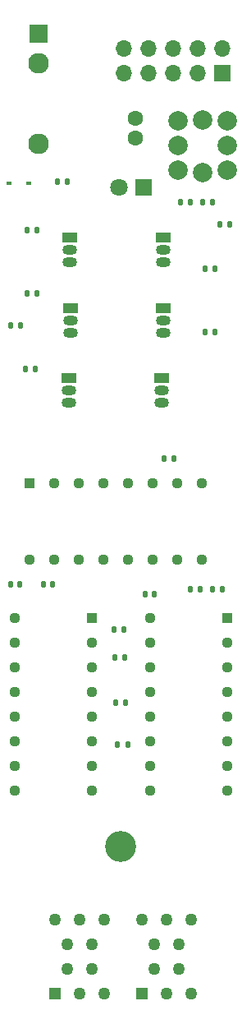
<source format=gbr>
%TF.GenerationSoftware,KiCad,Pcbnew,(6.0.10)*%
%TF.CreationDate,2023-01-06T11:40:19-08:00*%
%TF.ProjectId,16Bars,31364261-7273-42e6-9b69-6361645f7063,rev?*%
%TF.SameCoordinates,Original*%
%TF.FileFunction,Soldermask,Bot*%
%TF.FilePolarity,Negative*%
%FSLAX46Y46*%
G04 Gerber Fmt 4.6, Leading zero omitted, Abs format (unit mm)*
G04 Created by KiCad (PCBNEW (6.0.10)) date 2023-01-06 11:40:19*
%MOMM*%
%LPD*%
G01*
G04 APERTURE LIST*
G04 Aperture macros list*
%AMRoundRect*
0 Rectangle with rounded corners*
0 $1 Rounding radius*
0 $2 $3 $4 $5 $6 $7 $8 $9 X,Y pos of 4 corners*
0 Add a 4 corners polygon primitive as box body*
4,1,4,$2,$3,$4,$5,$6,$7,$8,$9,$2,$3,0*
0 Add four circle primitives for the rounded corners*
1,1,$1+$1,$2,$3*
1,1,$1+$1,$4,$5*
1,1,$1+$1,$6,$7*
1,1,$1+$1,$8,$9*
0 Add four rect primitives between the rounded corners*
20,1,$1+$1,$2,$3,$4,$5,0*
20,1,$1+$1,$4,$5,$6,$7,0*
20,1,$1+$1,$6,$7,$8,$9,0*
20,1,$1+$1,$8,$9,$2,$3,0*%
G04 Aperture macros list end*
%ADD10RoundRect,0.135000X0.135000X0.185000X-0.135000X0.185000X-0.135000X-0.185000X0.135000X-0.185000X0*%
%ADD11R,1.270000X1.270000*%
%ADD12C,1.270000*%
%ADD13C,2.000000*%
%ADD14R,1.930000X1.830000*%
%ADD15C,2.130000*%
%ADD16C,3.200000*%
%ADD17R,1.130000X1.130000*%
%ADD18C,1.130000*%
%ADD19R,0.600000X0.450000*%
%ADD20RoundRect,0.135000X-0.135000X-0.185000X0.135000X-0.185000X0.135000X0.185000X-0.135000X0.185000X0*%
%ADD21RoundRect,0.140000X0.140000X0.170000X-0.140000X0.170000X-0.140000X-0.170000X0.140000X-0.170000X0*%
%ADD22R,1.500000X1.050000*%
%ADD23O,1.500000X1.050000*%
%ADD24R,1.800000X1.800000*%
%ADD25C,1.800000*%
%ADD26RoundRect,0.140000X-0.140000X-0.170000X0.140000X-0.170000X0.140000X0.170000X-0.140000X0.170000X0*%
%ADD27R,1.700000X1.700000*%
%ADD28O,1.700000X1.700000*%
%ADD29C,1.600000*%
G04 APERTURE END LIST*
D10*
%TO.C,R17*%
X60200000Y-67310000D03*
X59180000Y-67310000D03*
%TD*%
D11*
%TO.C,DS-ONES1*%
X72720000Y-136120000D03*
D12*
X73990000Y-133580000D03*
X75260000Y-136120000D03*
X76530000Y-133580000D03*
X77800000Y-136120000D03*
X77800000Y-128500000D03*
X76530000Y-131040000D03*
X75260000Y-128500000D03*
X73990000Y-131040000D03*
X72720000Y-128500000D03*
%TD*%
D11*
%TO.C,DS-TENS1*%
X63720000Y-136120000D03*
D12*
X64990000Y-133580000D03*
X66260000Y-136120000D03*
X67530000Y-133580000D03*
X68800000Y-136120000D03*
X68800000Y-128500000D03*
X67530000Y-131040000D03*
X66260000Y-128500000D03*
X64990000Y-131040000D03*
X63720000Y-128500000D03*
%TD*%
D10*
%TO.C,R16*%
X81790000Y-56896000D03*
X80770000Y-56896000D03*
%TD*%
D13*
%TO.C,SW1*%
X81472400Y-48771600D03*
X76392400Y-48771600D03*
X76392400Y-46231600D03*
X76392400Y-51311600D03*
X81472400Y-46231600D03*
X81472400Y-51311600D03*
X78932400Y-46111600D03*
X78932400Y-51511600D03*
%TD*%
D14*
%TO.C,J1*%
X62000000Y-37220000D03*
D15*
X62000000Y-48620000D03*
X62000000Y-40320000D03*
%TD*%
D16*
%TO.C,REF\u002A\u002A*%
X70500000Y-121000000D03*
%TD*%
D17*
%TO.C,IC3*%
X61110000Y-83530000D03*
D18*
X63650000Y-83530000D03*
X66190000Y-83530000D03*
X68730000Y-83530000D03*
X71270000Y-83530000D03*
X73810000Y-83530000D03*
X76350000Y-83530000D03*
X78890000Y-83530000D03*
X78890000Y-91470000D03*
X76350000Y-91470000D03*
X73810000Y-91470000D03*
X71270000Y-91470000D03*
X68730000Y-91470000D03*
X66190000Y-91470000D03*
X63650000Y-91470000D03*
X61110000Y-91470000D03*
%TD*%
D19*
%TO.C,D1*%
X61050000Y-52650000D03*
X58950000Y-52650000D03*
%TD*%
D20*
%TO.C,R9*%
X74990000Y-81000000D03*
X76010000Y-81000000D03*
%TD*%
D21*
%TO.C,C3*%
X60080000Y-94000000D03*
X59120000Y-94000000D03*
%TD*%
D22*
%TO.C,Q5*%
X65360000Y-65480000D03*
D23*
X65360000Y-66750000D03*
X65360000Y-68020000D03*
%TD*%
D10*
%TO.C,R2*%
X71010000Y-106190000D03*
X69990000Y-106190000D03*
%TD*%
D18*
%TO.C,IC1*%
X73560000Y-97460000D03*
X73560000Y-100000000D03*
X73560000Y-102540000D03*
X73560000Y-105080000D03*
X73560000Y-107620000D03*
X73560000Y-110160000D03*
X73560000Y-112700000D03*
X73560000Y-115240000D03*
X81500000Y-115240000D03*
X81500000Y-112700000D03*
X81500000Y-110160000D03*
X81500000Y-107620000D03*
X81500000Y-105080000D03*
X81500000Y-102540000D03*
X81500000Y-100000000D03*
D17*
X81500000Y-97460000D03*
%TD*%
D21*
%TO.C,C4*%
X73960000Y-95000000D03*
X73000000Y-95000000D03*
%TD*%
D24*
%TO.C,D2*%
X72898000Y-53086000D03*
D25*
X70358000Y-53086000D03*
%TD*%
D10*
%TO.C,R13*%
X61870000Y-64000000D03*
X60850000Y-64000000D03*
%TD*%
%TO.C,R6*%
X78742000Y-94500000D03*
X77722000Y-94500000D03*
%TD*%
%TO.C,R5*%
X65010000Y-52500000D03*
X63990000Y-52500000D03*
%TD*%
D20*
%TO.C,R15*%
X78992000Y-54610000D03*
X80012000Y-54610000D03*
%TD*%
D22*
%TO.C,Q1*%
X74940000Y-58230000D03*
D23*
X74940000Y-59500000D03*
X74940000Y-60770000D03*
%TD*%
D26*
%TO.C,C2*%
X62520000Y-94000000D03*
X63480000Y-94000000D03*
%TD*%
D22*
%TO.C,Q2*%
X65220000Y-58230000D03*
D23*
X65220000Y-59500000D03*
X65220000Y-60770000D03*
%TD*%
D10*
%TO.C,R12*%
X77726000Y-54610000D03*
X76706000Y-54610000D03*
%TD*%
D20*
%TO.C,R3*%
X69890000Y-101500000D03*
X70910000Y-101500000D03*
%TD*%
D22*
%TO.C,Q3*%
X74940000Y-65480000D03*
D23*
X74940000Y-66750000D03*
X74940000Y-68020000D03*
%TD*%
D27*
%TO.C,J2*%
X81019600Y-41275000D03*
D28*
X81019600Y-38735000D03*
X78479600Y-41275000D03*
X78479600Y-38735000D03*
X75939600Y-41275000D03*
X75939600Y-38735000D03*
X73399600Y-41275000D03*
X73399600Y-38735000D03*
X70859600Y-41275000D03*
X70859600Y-38735000D03*
%TD*%
D10*
%TO.C,R11*%
X71220000Y-110500000D03*
X70200000Y-110500000D03*
%TD*%
%TO.C,R10*%
X80230000Y-68000000D03*
X79210000Y-68000000D03*
%TD*%
D17*
%TO.C,IC2*%
X67500000Y-97460000D03*
D18*
X67500000Y-100000000D03*
X67500000Y-102540000D03*
X67500000Y-105080000D03*
X67500000Y-107620000D03*
X67500000Y-110160000D03*
X67500000Y-112700000D03*
X67500000Y-115240000D03*
X59560000Y-115240000D03*
X59560000Y-112700000D03*
X59560000Y-110160000D03*
X59560000Y-107620000D03*
X59560000Y-105080000D03*
X59560000Y-102540000D03*
X59560000Y-100000000D03*
X59560000Y-97460000D03*
%TD*%
D29*
%TO.C,C1*%
X72000000Y-46000000D03*
X72000000Y-48000000D03*
%TD*%
D22*
%TO.C,Q6*%
X65140000Y-72730000D03*
D23*
X65140000Y-74000000D03*
X65140000Y-75270000D03*
%TD*%
D22*
%TO.C,Q4*%
X74720000Y-72730000D03*
D23*
X74720000Y-74000000D03*
X74720000Y-75270000D03*
%TD*%
D10*
%TO.C,R7*%
X61870000Y-57500000D03*
X60850000Y-57500000D03*
%TD*%
%TO.C,R8*%
X80230000Y-61500000D03*
X79210000Y-61500000D03*
%TD*%
%TO.C,R1*%
X81028000Y-94500000D03*
X80008000Y-94500000D03*
%TD*%
%TO.C,R4*%
X70810000Y-98600000D03*
X69790000Y-98600000D03*
%TD*%
D20*
%TO.C,R14*%
X60704000Y-71770000D03*
X61724000Y-71770000D03*
%TD*%
M02*

</source>
